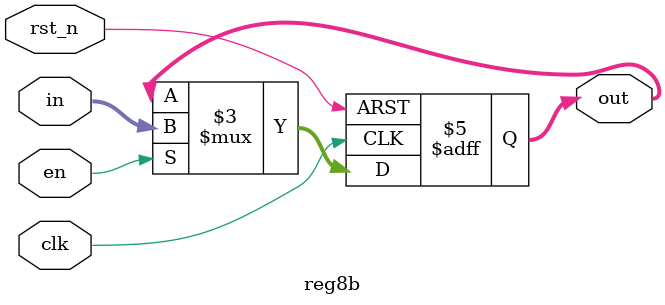
<source format=v>
`timescale 1ns / 1ps

module exonbus(rst_n, clk, ena, enb, enc, eni, lda, ldb, ldc, inData, rega, regb, regc, zbus);

input rst_n;
input clk;
input ena;
input enb;
input enc;
input eni;
input lda;
input ldb;
input ldc;
input [7:0] inData;
output [7:0] rega;
output [7:0] regb;
output [7:0] regc;
output [7:0] zbus;
wire [7:0] tbus, qa, qb, qc;

assign zbus=tbus;
assign rega=qa;
assign regb=qb;
assign regc=qc;

tribufs U_IN(.a(inData),.en(eni),.z(tbus));
tribufs U_TA(.a(qa),.en(ena),.z(tbus));
tribufs U_TB(.a(qb),.en(enb),.z(tbus));
tribufs U_TC(.a(qc),.en(enc),.z(tbus));

reg8b U_RA(.rst_n(rst_n),.clk(clk),.en(lda),.in(tbus),.out(qa));
reg8b U_RB(.rst_n(rst_n),.clk(clk),.en(ldb),.in(tbus),.out(qb));
reg8b U_RC(.rst_n(rst_n),.clk(clk),.en(ldc),.in(tbus),.out(qc));

endmodule

module tribufs(a,en,z);
	input [7:0] a;
	input en;
	output [7:0] z;
	
	reg [7:0] z;
	
	always @(a,en)
		begin
		case(en)
			1'b0 : z = 8'bZZZZZZZZ;
			1'b1 : z = a;
			default : ;
		endcase
		end
endmodule	

module reg8b(rst_n, clk, en, in, out);

input rst_n,clk,en;
input [7:0] in;
output [7:0] out;
reg [7:0] out;

always @(negedge rst_n, posedge clk) begin
if(!rst_n) out <= 8'b0000_0000;
else if(en) out <= in;
end
endmodule	
</source>
